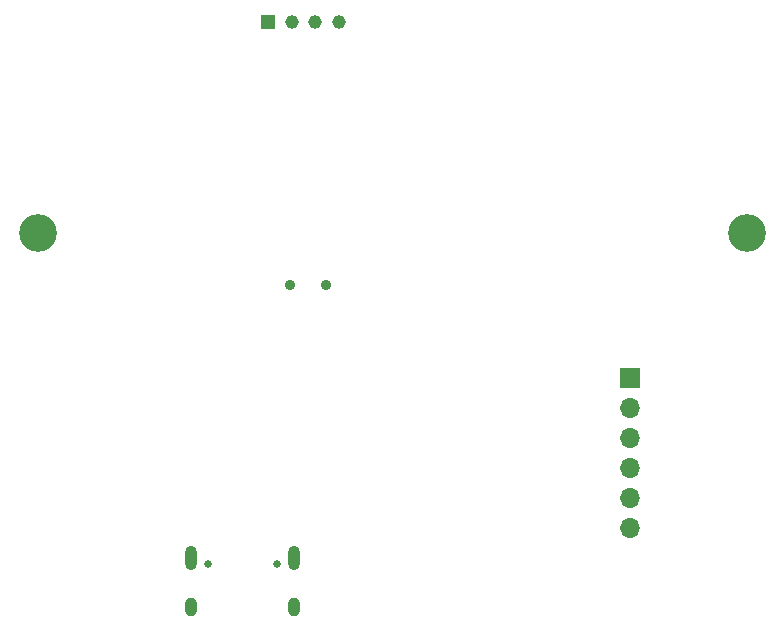
<source format=gbs>
G04 #@! TF.GenerationSoftware,KiCad,Pcbnew,6.0.11-2627ca5db0~126~ubuntu20.04.1*
G04 #@! TF.CreationDate,2023-02-17T07:43:56+01:00*
G04 #@! TF.ProjectId,C3-27-epaper-touch,43332d32-372d-4657-9061-7065722d746f,rev?*
G04 #@! TF.SameCoordinates,Original*
G04 #@! TF.FileFunction,Soldermask,Bot*
G04 #@! TF.FilePolarity,Negative*
%FSLAX46Y46*%
G04 Gerber Fmt 4.6, Leading zero omitted, Abs format (unit mm)*
G04 Created by KiCad (PCBNEW 6.0.11-2627ca5db0~126~ubuntu20.04.1) date 2023-02-17 07:43:56*
%MOMM*%
%LPD*%
G01*
G04 APERTURE LIST*
%ADD10C,0.650000*%
%ADD11O,1.000000X2.100000*%
%ADD12O,1.000000X1.600000*%
%ADD13C,3.200000*%
%ADD14C,0.889000*%
%ADD15R,1.150000X1.150000*%
%ADD16C,1.150000*%
%ADD17R,1.700000X1.700000*%
%ADD18O,1.700000X1.700000*%
G04 APERTURE END LIST*
D10*
X127690000Y-118150000D03*
X121910000Y-118150000D03*
D11*
X129120000Y-117620000D03*
D12*
X129120000Y-121800000D03*
X120480000Y-121800000D03*
D11*
X120480000Y-117620000D03*
D13*
X107450000Y-90100000D03*
D14*
X128851400Y-94530000D03*
X131848600Y-94530000D03*
D15*
X126971501Y-72200000D03*
D16*
X128971502Y-72200000D03*
X130971501Y-72200000D03*
X132971502Y-72200000D03*
D17*
X157650000Y-102350000D03*
D18*
X157650000Y-104890000D03*
X157650000Y-107430000D03*
X157650000Y-109970000D03*
X157650000Y-112510000D03*
X157650000Y-115050000D03*
D13*
X167500000Y-90100000D03*
M02*

</source>
